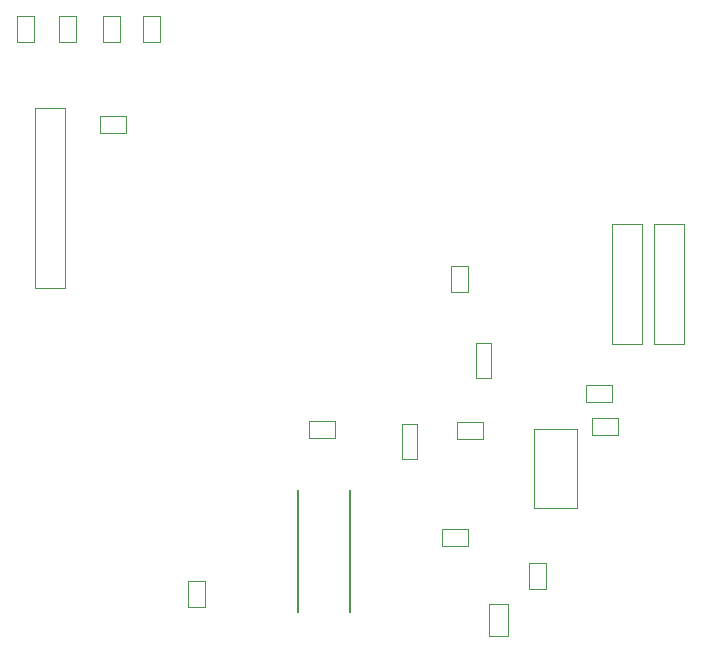
<source format=gbr>
%TF.GenerationSoftware,Altium Limited,Altium Designer,22.1.2 (22)*%
G04 Layer_Color=16711935*
%FSLAX45Y45*%
%MOMM*%
%TF.SameCoordinates,487542E7-F005-4C77-86B1-A0AEE8F943D7*%
%TF.FilePolarity,Positive*%
%TF.FileFunction,Other,Mechanical_13*%
%TF.Part,Single*%
G01*
G75*
%TA.AperFunction,NonConductor*%
%ADD46C,0.20000*%
%ADD65C,0.10000*%
D46*
X9508200Y3815700D02*
Y4845700D01*
X9948200Y3815700D02*
Y4845700D01*
D65*
X11499000Y4694200D02*
Y5364200D01*
X11869000Y4694200D02*
Y5364200D01*
X11499000D02*
X11869000D01*
X11499000Y4694200D02*
X11869000D01*
X7852300Y8640300D02*
X7997300D01*
X7852300Y8860300D02*
X7997300D01*
X7852300Y8640300D02*
Y8860300D01*
X7997300Y8640300D02*
Y8860300D01*
X10850100Y5274200D02*
X11070100D01*
X10850100Y5419200D02*
X11070100D01*
Y5274200D02*
Y5419200D01*
X10850100Y5274200D02*
Y5419200D01*
X12776200Y6083300D02*
Y7099300D01*
X12522200Y6083300D02*
Y7099300D01*
X12776200D01*
X12522200Y6083300D02*
X12776200D01*
X10385500Y5403800D02*
X10515500D01*
X10385500Y5111800D02*
X10515500D01*
X10385500D02*
Y5403800D01*
X10515500Y5111800D02*
Y5403800D01*
X12213100Y5312300D02*
Y5457300D01*
X11993100Y5312300D02*
Y5457300D01*
Y5312300D02*
X12213100D01*
X11993100Y5457300D02*
X12213100D01*
X12163400Y5591700D02*
Y5736700D01*
X11943400Y5591700D02*
Y5736700D01*
Y5591700D02*
X12163400D01*
X11943400Y5736700D02*
X12163400D01*
X7277100Y8077200D02*
X7531100D01*
X7277100Y6553200D02*
X7531100D01*
Y8077200D01*
X7277100Y6553200D02*
Y8077200D01*
X8340200Y8640300D02*
Y8860300D01*
X8195200Y8640300D02*
Y8860300D01*
X8340200D01*
X8195200Y8640300D02*
X8340200D01*
X7629000Y8636200D02*
Y8857200D01*
X7484000Y8636200D02*
Y8857200D01*
X7629000D01*
X7484000Y8636200D02*
X7629000D01*
X11118900Y3611500D02*
Y3881500D01*
Y3611500D02*
X11283900D01*
Y3881500D01*
X11118900D02*
X11283900D01*
X11459100Y4004800D02*
Y4224800D01*
X11604100Y4004800D02*
Y4224800D01*
X11459100Y4004800D02*
X11604100D01*
X11459100Y4224800D02*
X11604100D01*
X10723100Y4372500D02*
Y4517500D01*
X10943100Y4372500D02*
Y4517500D01*
X10723100D02*
X10943100D01*
X10723100Y4372500D02*
X10943100D01*
X11009400Y5797600D02*
Y6089600D01*
X11139400Y5797600D02*
Y6089600D01*
X11009400D02*
X11139400D01*
X11009400Y5797600D02*
X11139400D01*
X9597980Y5283120D02*
Y5428120D01*
X9817980Y5283120D02*
Y5428120D01*
X9597980D02*
X9817980D01*
X9597980Y5283120D02*
X9817980D01*
X10798700Y6519400D02*
X10943700D01*
X10798700Y6739400D02*
X10943700D01*
X10798700Y6519400D02*
Y6739400D01*
X10943700Y6519400D02*
Y6739400D01*
X8576200Y3852400D02*
X8721200D01*
X8576200Y4072400D02*
X8721200D01*
X8576200Y3852400D02*
Y4072400D01*
X8721200Y3852400D02*
Y4072400D01*
X7826400Y7865000D02*
X8046400D01*
X7826400Y8010000D02*
X8046400D01*
Y7865000D02*
Y8010000D01*
X7826400Y7865000D02*
Y8010000D01*
X7273400Y8639800D02*
Y8860800D01*
X7128400Y8639800D02*
Y8860800D01*
X7273400D01*
X7128400Y8639800D02*
X7273400D01*
X12420600Y6083300D02*
Y7099300D01*
X12166600Y6083300D02*
Y7099300D01*
X12420600D01*
X12166600Y6083300D02*
X12420600D01*
%TF.MD5,eba3bc596138bf4a75a2fd1da2807c55*%
M02*

</source>
